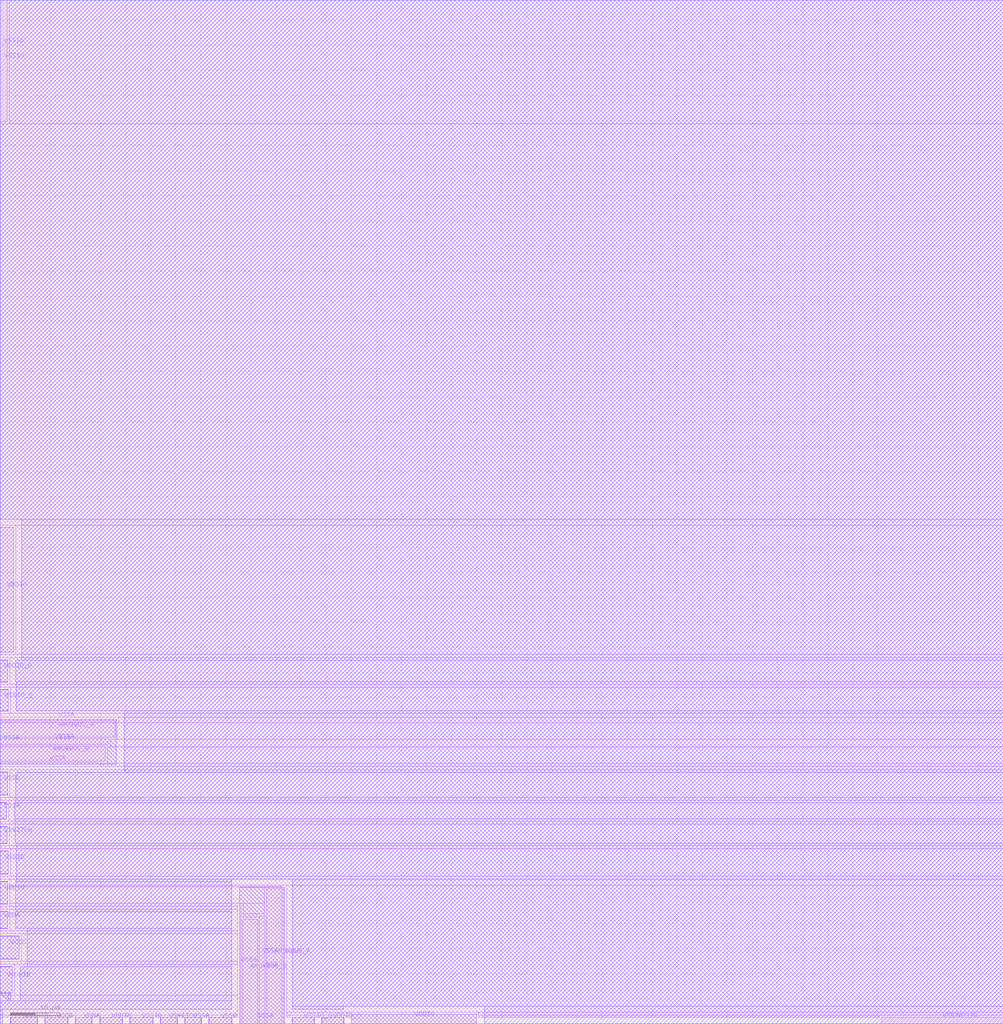
<source format=lef>
VERSION 5.7 ;
  NOWIREEXTENSIONATPIN ON ;
  DIVIDERCHAR "/" ;
  BUSBITCHARS "[]" ;
MACRO sky130_ef_io__corner_pad
  CLASS ENDCAP TOPRIGHT ;
  FOREIGN sky130_ef_io__corner_pad ;
  ORIGIN 0.000 0.000 ;
  SIZE 200.000 BY 204.000 ;
  PIN AMUXBUS_A
    DIRECTION INOUT ;
    USE SIGNAL ;
    PORT
      LAYER met4 ;
        RECT 0.000 57.125 22.910 60.105 ;
    END
    PORT
      LAYER met4 ;
        RECT 53.125 0.000 56.105 26.910 ;
    END
  END AMUXBUS_A
  PIN AMUXBUS_B
    DIRECTION INOUT ;
    USE SIGNAL ;
    PORT
      LAYER met4 ;
        RECT 0.000 52.365 20.935 55.345 ;
    END
    PORT
      LAYER met4 ;
        RECT 48.365 0.000 51.345 20.875 ;
    END
  END AMUXBUS_B
  PIN VSSA
    DIRECTION INOUT ;
    USE GROUND ;
    PORT
      LAYER met5 ;
        RECT 0.000 51.735 23.155 60.735 ;
    END
    PORT
      LAYER met5 ;
        RECT 0.630 56.020 0.640 56.030 ;
    END
    PORT
      LAYER met5 ;
        RECT 0.000 40.835 1.335 44.085 ;
    END
    PORT
      LAYER met4 ;
        RECT 0.000 51.735 19.575 52.065 ;
    END
    PORT
      LAYER met4 ;
        RECT 0.000 40.735 1.335 44.185 ;
    END
    PORT
      LAYER met4 ;
        RECT 0.000 55.645 21.550 56.825 ;
    END
    PORT
      LAYER met4 ;
        RECT 0.000 60.405 23.175 60.735 ;
    END
    PORT
      LAYER met5 ;
        RECT 36.840 0.000 40.085 1.270 ;
    END
    PORT
      LAYER met5 ;
        RECT 47.735 0.000 56.735 27.155 ;
    END
    PORT
      LAYER met5 ;
        RECT 51.285 0.630 51.295 0.640 ;
    END
    PORT
      LAYER met4 ;
        RECT 56.405 0.000 56.735 27.175 ;
    END
    PORT
      LAYER met4 ;
        RECT 51.645 0.000 52.825 21.555 ;
    END
    PORT
      LAYER met4 ;
        RECT 36.735 0.000 40.185 1.270 ;
    END
    PORT
      LAYER met4 ;
        RECT 47.735 0.000 48.065 23.575 ;
    END
  END VSSA
  PIN VDDA
    DIRECTION INOUT ;
    USE POWER ;
    PORT
      LAYER met5 ;
        RECT 0.000 19.035 1.470 22.285 ;
    END
    PORT
      LAYER met4 ;
        RECT 0.000 18.935 1.470 22.385 ;
    END
    PORT
      LAYER met5 ;
        RECT 15.035 0.000 18.285 1.255 ;
    END
    PORT
      LAYER met4 ;
        RECT 14.935 0.000 18.385 1.255 ;
    END
  END VDDA
  PIN VSWITCH
    DIRECTION INOUT ;
    USE POWER ;
    PORT
      LAYER met5 ;
        RECT 0.000 35.985 1.385 39.235 ;
    END
    PORT
      LAYER met4 ;
        RECT 0.000 35.885 1.385 39.335 ;
    END
    PORT
      LAYER met5 ;
        RECT 31.985 0.000 35.235 1.270 ;
    END
    PORT
      LAYER met4 ;
        RECT 31.885 0.000 35.335 1.270 ;
    END
  END VSWITCH
  PIN VDDIO_Q
    DIRECTION INOUT ;
    USE POWER ;
    PORT
      LAYER met5 ;
        RECT 0.000 68.185 1.480 72.435 ;
    END
    PORT
      LAYER met4 ;
        RECT 0.000 68.085 1.480 72.535 ;
    END
    PORT
      LAYER met5 ;
        RECT 64.185 0.000 68.435 1.270 ;
    END
    PORT
      LAYER met4 ;
        RECT 64.085 0.000 68.535 1.270 ;
    END
  END VDDIO_Q
  PIN VCCHIB
    DIRECTION INOUT ;
    USE POWER ;
    PORT
      LAYER met5 ;
        RECT 0.000 6.135 2.350 11.385 ;
    END
    PORT
      LAYER met4 ;
        RECT 0.000 6.035 2.350 11.485 ;
    END
    PORT
      LAYER met5 ;
        RECT 2.135 0.000 7.385 1.270 ;
    END
    PORT
      LAYER met4 ;
        RECT 2.035 0.000 7.485 1.270 ;
    END
  END VCCHIB
  PIN VDDIO
    DIRECTION INOUT ;
    USE POWER ;
    PORT
      LAYER met5 ;
        RECT 0.000 74.035 2.645 98.985 ;
    END
    PORT
      LAYER met5 ;
        RECT 0.000 23.885 1.525 28.335 ;
    END
    PORT
      LAYER met4 ;
        RECT 0.000 23.785 1.525 28.435 ;
    END
    PORT
      LAYER met4 ;
        RECT 0.000 74.035 2.645 99.000 ;
    END
    PORT
      LAYER met5 ;
        RECT 19.885 0.000 24.335 1.270 ;
    END
    PORT
      LAYER met5 ;
        RECT 70.035 0.000 94.985 1.855 ;
    END
    PORT
      LAYER met4 ;
        RECT 70.035 0.000 95.000 1.855 ;
    END
    PORT
      LAYER met4 ;
        RECT 19.785 0.000 24.435 1.270 ;
    END
  END VDDIO
  PIN VCCD
    DIRECTION INOUT ;
    USE POWER ;
    PORT
      LAYER met5 ;
        RECT 0.000 12.985 3.785 17.435 ;
    END
    PORT
      LAYER met4 ;
        RECT 0.000 12.885 3.785 17.535 ;
    END
    PORT
      LAYER met5 ;
        RECT 8.985 0.000 13.435 1.270 ;
    END
    PORT
      LAYER met4 ;
        RECT 8.885 0.000 13.535 1.270 ;
    END
  END VCCD
  PIN VSSIO
    DIRECTION INOUT ;
    USE GROUND ;
    PORT
      LAYER met5 ;
        RECT 0.000 29.935 1.600 34.385 ;
    END
    PORT
      LAYER met4 ;
        RECT 0.000 29.835 1.600 34.485 ;
    END
    PORT
      LAYER met4 ;
        RECT 0.000 179.785 1.435 204.000 ;
    END
    PORT
      LAYER met4 ;
        RECT 0.630 194.865 0.640 194.875 ;
    END
    PORT
      LAYER met5 ;
        RECT 25.935 0.000 30.385 1.270 ;
    END
    PORT
      LAYER met4 ;
        RECT 25.835 0.000 30.485 1.270 ;
    END
    PORT
      LAYER met4 ;
        RECT 175.785 0.000 200.000 1.270 ;
    END
    PORT
      LAYER met4 ;
        RECT 190.865 0.630 190.875 0.640 ;
    END
  END VSSIO
  PIN VSSD
    DIRECTION INOUT ;
    USE GROUND ;
    PORT
      LAYER met5 ;
        RECT 0.000 45.685 1.475 50.135 ;
    END
    PORT
      LAYER met4 ;
        RECT 0.000 45.585 1.475 50.235 ;
    END
    PORT
      LAYER met5 ;
        RECT 41.685 0.000 46.135 1.270 ;
    END
    PORT
      LAYER met4 ;
        RECT 41.585 0.000 46.235 1.270 ;
    END
  END VSSD
  PIN VSSIO_Q
    DIRECTION INOUT ;
    USE GROUND ;
    PORT
      LAYER met5 ;
        RECT 0.000 62.335 1.625 66.585 ;
    END
    PORT
      LAYER met4 ;
        RECT 0.000 62.235 1.625 66.685 ;
    END
    PORT
      LAYER met5 ;
        RECT 58.335 0.000 62.585 1.270 ;
    END
    PORT
      LAYER met4 ;
        RECT 58.235 0.000 62.685 1.270 ;
    END
  END VSSIO_Q
  OBS
      LAYER met4 ;
        RECT 1.835 179.385 200.000 204.000 ;
        RECT 0.000 99.400 200.000 179.385 ;
        RECT 3.045 73.635 200.000 99.400 ;
        RECT 0.000 72.935 200.000 73.635 ;
        RECT 1.880 67.685 200.000 72.935 ;
        RECT 0.000 67.085 200.000 67.685 ;
        RECT 2.025 61.835 200.000 67.085 ;
        RECT 0.000 61.135 200.000 61.835 ;
        RECT 23.575 60.005 200.000 61.135 ;
        RECT 23.310 56.725 200.000 60.005 ;
        RECT 21.950 55.245 200.000 56.725 ;
        RECT 21.335 51.965 200.000 55.245 ;
        RECT 19.975 51.335 200.000 51.965 ;
        RECT 0.000 50.635 200.000 51.335 ;
        RECT 1.875 45.185 200.000 50.635 ;
        RECT 0.000 44.585 200.000 45.185 ;
        RECT 1.735 40.335 200.000 44.585 ;
        RECT 0.000 39.735 200.000 40.335 ;
        RECT 1.785 35.485 200.000 39.735 ;
        RECT 0.000 34.885 200.000 35.485 ;
        RECT 2.000 29.435 200.000 34.885 ;
        RECT 0.000 28.835 200.000 29.435 ;
        RECT 1.925 27.575 200.000 28.835 ;
        RECT 1.925 27.310 56.005 27.575 ;
        RECT 1.925 23.975 52.725 27.310 ;
        RECT 1.925 23.385 47.335 23.975 ;
        RECT 0.000 22.785 47.335 23.385 ;
        RECT 1.870 18.535 47.335 22.785 ;
        RECT 48.465 21.955 52.725 23.975 ;
        RECT 48.465 21.275 51.245 21.955 ;
        RECT 0.000 17.935 47.335 18.535 ;
        RECT 4.185 12.485 47.335 17.935 ;
        RECT 0.000 11.885 47.335 12.485 ;
        POLYGON 0.000 6.035 0.400 6.035 0.400 5.635 ;
        RECT 0.400 5.635 2.035 6.035 ;
        RECT 2.750 5.635 47.335 11.885 ;
        RECT 0.000 1.670 47.335 5.635 ;
        RECT 0.000 1.255 1.635 1.670 ;
        RECT 7.885 1.255 8.485 1.670 ;
        RECT 13.935 1.655 19.385 1.670 ;
        RECT 13.935 1.255 14.535 1.655 ;
        RECT 18.785 1.255 19.385 1.655 ;
        RECT 24.835 1.255 25.435 1.670 ;
        RECT 30.885 1.255 31.485 1.670 ;
        RECT 35.735 1.255 36.335 1.670 ;
        RECT 40.585 1.255 41.185 1.670 ;
        RECT 46.635 1.255 47.335 1.670 ;
        RECT 57.135 2.255 200.000 27.575 ;
        RECT 57.135 1.670 69.635 2.255 ;
        RECT 57.135 1.255 57.835 1.670 ;
        RECT 63.085 1.255 63.685 1.670 ;
        RECT 68.935 1.255 69.635 1.670 ;
        RECT 95.400 1.670 200.000 2.255 ;
        RECT 95.400 1.255 175.385 1.670 ;
      LAYER met5 ;
        RECT 0.000 100.585 200.000 204.000 ;
        RECT 4.245 72.435 200.000 100.585 ;
        RECT 3.080 68.185 200.000 72.435 ;
        RECT 3.225 62.335 200.000 68.185 ;
        RECT 24.755 50.135 200.000 62.335 ;
        RECT 3.075 44.085 200.000 50.135 ;
        RECT 2.935 40.835 200.000 44.085 ;
        RECT 2.985 35.985 200.000 40.835 ;
        RECT 3.200 28.755 200.000 35.985 ;
        RECT 3.200 28.335 46.135 28.755 ;
        RECT 3.125 22.285 46.135 28.335 ;
        RECT 3.070 19.035 46.135 22.285 ;
        RECT 5.385 11.385 46.135 19.035 ;
        POLYGON 0.000 6.135 1.600 6.135 1.600 4.535 ;
        RECT 1.600 4.535 2.135 6.135 ;
        RECT 3.950 4.535 46.135 11.385 ;
        RECT 0.000 2.870 46.135 4.535 ;
        RECT 58.335 3.455 200.000 28.755 ;
        RECT 58.335 2.870 68.435 3.455 ;
        RECT 0.000 0.000 0.535 2.870 ;
        RECT 15.035 2.855 18.285 2.870 ;
        RECT 96.585 0.000 200.000 3.455 ;
  END
END sky130_ef_io__corner_pad
END LIBRARY


</source>
